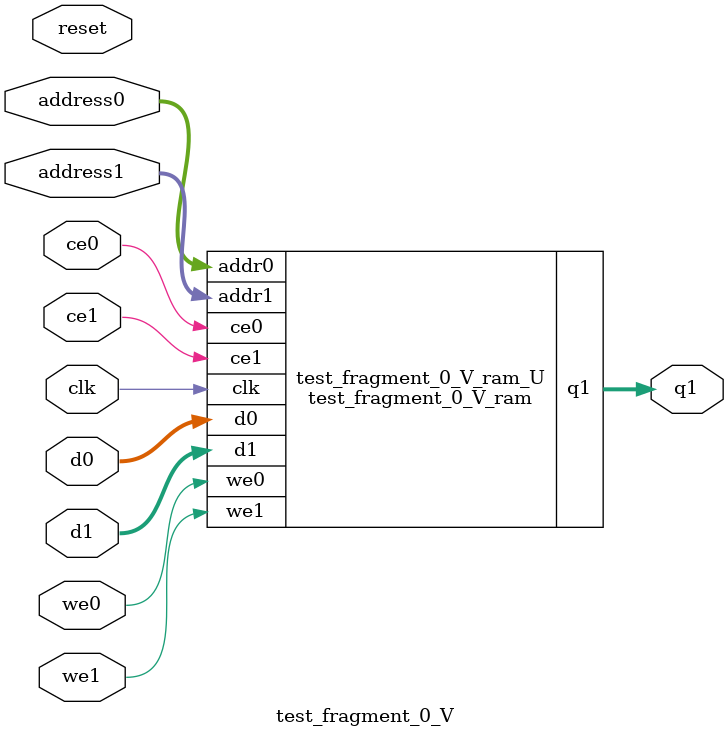
<source format=v>
`timescale 1 ns / 1 ps
module test_fragment_0_V_ram (addr0, ce0, d0, we0, addr1, ce1, d1, we1, q1,  clk);

parameter DWIDTH = 32;
parameter AWIDTH = 9;
parameter MEM_SIZE = 500;

input[AWIDTH-1:0] addr0;
input ce0;
input[DWIDTH-1:0] d0;
input we0;
input[AWIDTH-1:0] addr1;
input ce1;
input[DWIDTH-1:0] d1;
input we1;
output reg[DWIDTH-1:0] q1;
input clk;

(* ram_style = "block" *)reg [DWIDTH-1:0] ram[0:MEM_SIZE-1];




always @(posedge clk)  
begin 
    if (ce0) begin
        if (we0) 
            ram[addr0] <= d0; 
    end
end


always @(posedge clk)  
begin 
    if (ce1) begin
        if (we1) 
            ram[addr1] <= d1; 
        q1 <= ram[addr1];
    end
end


endmodule

`timescale 1 ns / 1 ps
module test_fragment_0_V(
    reset,
    clk,
    address0,
    ce0,
    we0,
    d0,
    address1,
    ce1,
    we1,
    d1,
    q1);

parameter DataWidth = 32'd32;
parameter AddressRange = 32'd500;
parameter AddressWidth = 32'd9;
input reset;
input clk;
input[AddressWidth - 1:0] address0;
input ce0;
input we0;
input[DataWidth - 1:0] d0;
input[AddressWidth - 1:0] address1;
input ce1;
input we1;
input[DataWidth - 1:0] d1;
output[DataWidth - 1:0] q1;



test_fragment_0_V_ram test_fragment_0_V_ram_U(
    .clk( clk ),
    .addr0( address0 ),
    .ce0( ce0 ),
    .we0( we0 ),
    .d0( d0 ),
    .addr1( address1 ),
    .ce1( ce1 ),
    .we1( we1 ),
    .d1( d1 ),
    .q1( q1 ));

endmodule


</source>
